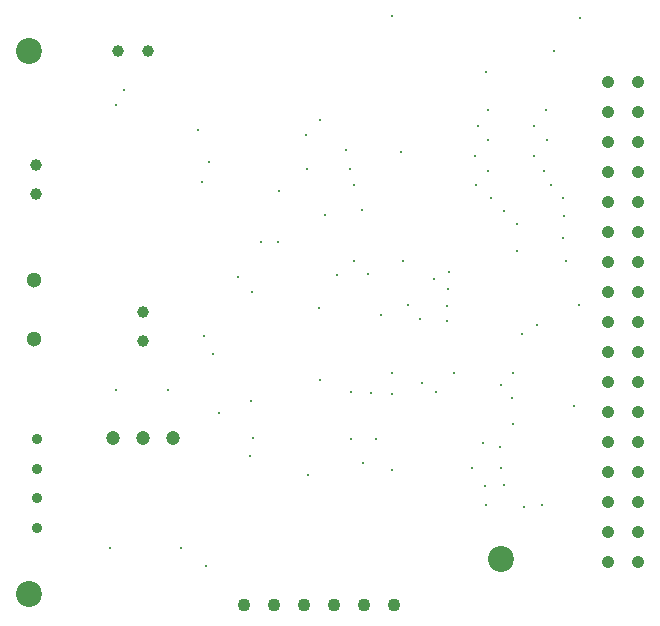
<source format=gbr>
%TF.GenerationSoftware,Altium Limited,Altium Designer,25.5.2 (35)*%
G04 Layer_Color=0*
%FSLAX45Y45*%
%MOMM*%
%TF.SameCoordinates,99CC5E96-0F24-47E5-947C-7A4A978C6F15*%
%TF.FilePolarity,Positive*%
%TF.FileFunction,Plated,1,2,PTH,Drill*%
%TF.Part,Single*%
G01*
G75*
%TA.AperFunction,ComponentDrill*%
%ADD73C,1.10000*%
%TA.AperFunction,OtherDrill,Pad Free-1 (63mm,104mm)*%
%ADD74C,2.20000*%
%TA.AperFunction,OtherDrill,Pad Free-1 (63mm,58mm)*%
%ADD75C,2.20000*%
%TA.AperFunction,OtherDrill,Pad Free-1 (103mm,61mm)*%
%ADD76C,2.20000*%
%TA.AperFunction,ComponentDrill*%
%ADD77C,1.20000*%
%ADD78C,1.30000*%
%ADD79C,1.00000*%
%ADD80C,1.04000*%
%ADD81C,1.00000*%
%ADD82C,0.90000*%
%TA.AperFunction,ViaDrill,NotFilled*%
%ADD83C,0.30000*%
D73*
X8886000Y5710000D02*
D03*
X8378000D02*
D03*
X9394000D02*
D03*
X8124000D02*
D03*
X8632000D02*
D03*
X9140000D02*
D03*
D74*
X6300000Y10400000D02*
D03*
D75*
Y5800000D02*
D03*
D76*
X10300000Y6100000D02*
D03*
D77*
X7520000Y7120000D02*
D03*
X7266000D02*
D03*
X7012000D02*
D03*
D78*
X6344998Y8460000D02*
D03*
Y7960001D02*
D03*
D79*
X7060000Y10400000D02*
D03*
X7310000D02*
D03*
D80*
X11460000Y9122000D02*
D03*
Y10138000D02*
D03*
X11206000Y9122000D02*
D03*
Y10138000D02*
D03*
Y8106000D02*
D03*
Y7344000D02*
D03*
Y7852000D02*
D03*
X11460000Y8106000D02*
D03*
Y7344000D02*
D03*
X11206000Y6582000D02*
D03*
X11460000Y8360000D02*
D03*
Y7852000D02*
D03*
X11206000Y6074000D02*
D03*
X11460000D02*
D03*
Y8868000D02*
D03*
Y7598000D02*
D03*
Y6328000D02*
D03*
X11206000D02*
D03*
Y7598000D02*
D03*
Y8868000D02*
D03*
X11460000Y6836000D02*
D03*
Y8614000D02*
D03*
Y9884000D02*
D03*
Y9376000D02*
D03*
X11206000Y9884000D02*
D03*
X11460000Y9630000D02*
D03*
X11206000Y6836000D02*
D03*
X11460000Y7090000D02*
D03*
X11206000Y9376000D02*
D03*
X11460000Y6582000D02*
D03*
X11206000Y7090000D02*
D03*
Y8360000D02*
D03*
Y9630000D02*
D03*
Y8614000D02*
D03*
D81*
X7270000Y8190000D02*
D03*
Y7940000D02*
D03*
X6362500Y9435000D02*
D03*
Y9185000D02*
D03*
D82*
X6370000Y6360000D02*
D03*
Y6610000D02*
D03*
Y6860000D02*
D03*
Y7110000D02*
D03*
D83*
X10820000Y8810000D02*
D03*
X10830000Y9000000D02*
D03*
X10820000Y9150000D02*
D03*
X10430000Y8930000D02*
D03*
X10720000Y9260000D02*
D03*
X10660000Y9380000D02*
D03*
X10580000Y9510000D02*
D03*
X10690000Y9640000D02*
D03*
X10210000Y9150000D02*
D03*
X10320000Y9040000D02*
D03*
X10580000Y9760000D02*
D03*
X10680000Y9900000D02*
D03*
X10850000Y8620000D02*
D03*
X10960000Y8250000D02*
D03*
X10090000Y9260000D02*
D03*
X10190000Y9380000D02*
D03*
Y9640000D02*
D03*
X10100000Y9760000D02*
D03*
X10190000Y9900000D02*
D03*
X10080000Y9510000D02*
D03*
X10430000Y8700000D02*
D03*
X10750000Y10400000D02*
D03*
X10170000Y10220000D02*
D03*
X10150000Y7080000D02*
D03*
X8070000Y8480000D02*
D03*
X10400000Y7240000D02*
D03*
X9610000Y8130000D02*
D03*
X9850000Y8380000D02*
D03*
X9240000Y7110000D02*
D03*
X9200000Y7500000D02*
D03*
X7480000Y7530000D02*
D03*
X7040000D02*
D03*
X6990000Y6190000D02*
D03*
X7590000D02*
D03*
X7800000Y6040000D02*
D03*
X7780000Y7980000D02*
D03*
X7860000Y7830000D02*
D03*
X8180000Y7430000D02*
D03*
X8200000Y7120000D02*
D03*
X7770000Y9290000D02*
D03*
X7040000Y9940000D02*
D03*
X7110000Y10070000D02*
D03*
X8190000Y8360000D02*
D03*
X8415000Y9210000D02*
D03*
X8766100Y7610000D02*
D03*
X8760000Y8220000D02*
D03*
X8810000Y9010000D02*
D03*
X8650000Y9690000D02*
D03*
X9450000Y9540000D02*
D03*
X8663827Y6803827D02*
D03*
X7910000Y7330000D02*
D03*
X9380000Y10690000D02*
D03*
X10970000Y10680000D02*
D03*
X9860000Y8530000D02*
D03*
X9170000Y8510000D02*
D03*
X10920000Y7390000D02*
D03*
X9510000Y8250000D02*
D03*
X9730000Y8470000D02*
D03*
X9030000Y7510000D02*
D03*
Y7110000D02*
D03*
X9840000Y8110000D02*
D03*
X9020000Y9400000D02*
D03*
X8410000Y8780000D02*
D03*
X9630000Y7590000D02*
D03*
X10300000Y7570000D02*
D03*
X10490000Y6540000D02*
D03*
X10480000Y8000000D02*
D03*
X10170000Y6550000D02*
D03*
X10320000Y6720000D02*
D03*
X9050000Y8620000D02*
D03*
X9120000Y9050000D02*
D03*
X10600000Y8080000D02*
D03*
X10650000Y6550000D02*
D03*
X9750000Y7510000D02*
D03*
X10390000Y7460000D02*
D03*
X10050000Y6870000D02*
D03*
X10290000Y7040000D02*
D03*
X9380000Y7490000D02*
D03*
Y7670000D02*
D03*
Y6850000D02*
D03*
X9280000Y8160000D02*
D03*
X8270000Y8780000D02*
D03*
X8990000Y9560000D02*
D03*
X9840000Y8240000D02*
D03*
X9900000Y7670000D02*
D03*
X10400000D02*
D03*
X8910000Y8500000D02*
D03*
X9050000Y9260000D02*
D03*
X9470000Y8620000D02*
D03*
X10160000Y6710000D02*
D03*
X10300000Y6870000D02*
D03*
X8170000Y6970000D02*
D03*
X9130000Y6910000D02*
D03*
X8770000Y9810000D02*
D03*
X7730000Y9730000D02*
D03*
X7830000Y9460000D02*
D03*
X8660000Y9400000D02*
D03*
%TF.MD5,2d99ae3d440774d5fdb4b82e989a4ac8*%
M02*

</source>
